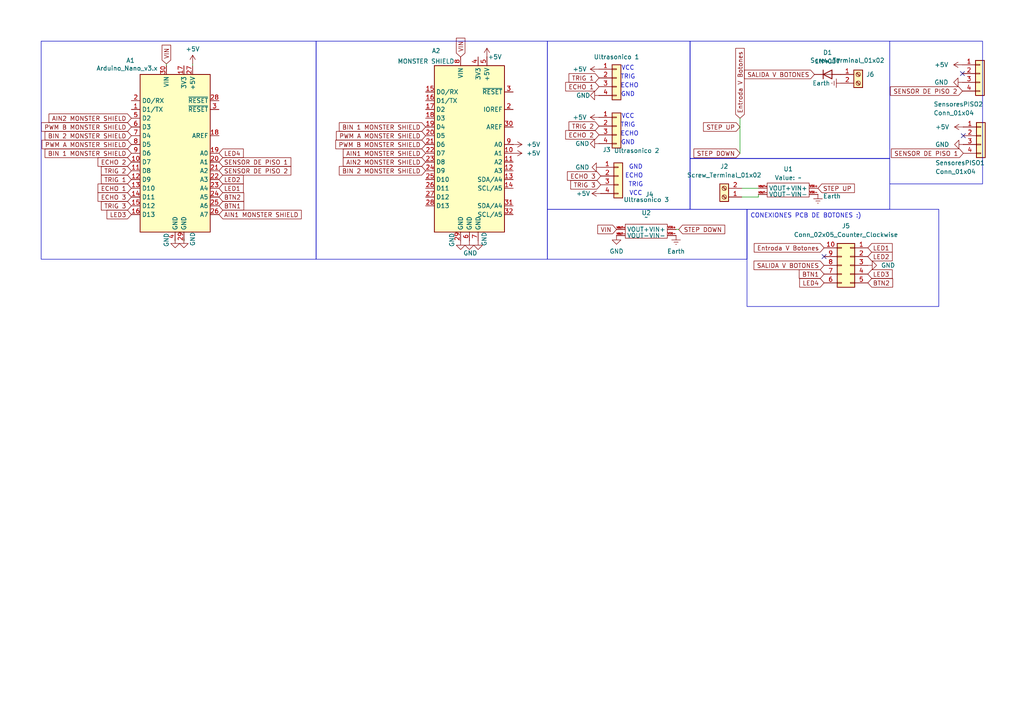
<source format=kicad_sch>
(kicad_sch (version 20231120) (generator "eeschema") (generator_version "8.0")
  (paper "A4")
  (lib_symbols
    (symbol "Conn_01x04_1" (pin_names (offset 1.016) hide)
      (property "Reference" "J" (at 0 5.08 0))
      (property "Value" "Conn_01x04" (at 0 -7.62 0))
      (symbol "Conn_01x04_1_1_1"
        (rectangle (start -1.27 -4.953) (end 0 -5.207) (stroke (width 0.1524)))
        (rectangle (start -1.27 -2.413) (end 0 -2.667) (stroke (width 0.1524)))
        (rectangle (start -1.27 0.127) (end 0 -0.127) (stroke (width 0.1524)))
        (rectangle (start -1.27 2.667) (end 0 2.413) (stroke (width 0.1524)))
        (rectangle (start -1.27 3.81) (end 1.27 -6.35) (stroke (width 0.254)) (fill (type background)))
        (pin passive line (at -5.08 2.54 0) (length 3.81) (name "Pin_1") (number "1"))
        (pin passive line (at -5.08 0 0) (length 3.81) (name "Pin_2") (number "2"))
        (pin passive line (at -5.08 -2.54 0) (length 3.81) (name "Pin_3") (number "3"))
        (pin passive line (at -5.08 -5.08 0) (length 3.81) (name "Pin_4") (number "4"))
      )
    )
    (symbol "Connector:Screw_Terminal_01x02" (pin_names (offset 1.016) hide)
      (property "Reference" "J" (at 0 2.54 0))
      (property "Value" "Screw_Terminal_01x02" (at 0 -5.08 0))
      (symbol "Screw_Terminal_01x02_1_1"
        (rectangle (start -1.27 1.27) (end 1.27 -3.81) (stroke (width 0.254)) (fill (type background)))
        (circle (center 0 -2.54) (radius 0.635) (stroke (width 0.1524)))
        (polyline (pts (xy -0.5334 -2.2098) (xy 0.3302 -3.048)) (stroke (width 0.1524)))
        (polyline (pts (xy -0.5334 0.3302) (xy 0.3302 -0.508)) (stroke (width 0.1524)))
        (polyline (pts (xy -0.3556 -2.032) (xy 0.508 -2.8702)) (stroke (width 0.1524)))
        (polyline (pts (xy -0.3556 0.508) (xy 0.508 -0.3302)) (stroke (width 0.1524)))
        (circle (center 0 0) (radius 0.635) (stroke (width 0.1524)))
        (pin passive line (at -5.08 0 0) (length 3.81) (name "Pin_1") (number "1"))
        (pin passive line (at -5.08 -2.54 0) (length 3.81) (name "Pin_2") (number "2"))
      )
    )
    (symbol "Connector_Generic:Conn_01x04" (pin_names (offset 1.016) hide)
      (property "Reference" "J1" (at -1.016 5.08 0))
      (property "Value" "Ultrasonico" (at -5.842 -7.62 0))
      (symbol "Conn_01x04_1_1"
        (rectangle (start -1.27 -4.953) (end 0 -5.207) (stroke (width 0.1524)))
        (rectangle (start -1.27 -2.413) (end 0 -2.667) (stroke (width 0.1524)))
        (rectangle (start -1.27 0.127) (end 0 -0.127) (stroke (width 0.1524)))
        (rectangle (start -1.27 2.667) (end 0 2.413) (stroke (width 0.1524)))
        (rectangle (start -1.27 3.81) (end 1.27 -6.35) (stroke (width 0.254)) (fill (type background)))
        (pin passive line (at -5.08 2.54 0) (length 3.81) (name "Pin_1") (number "1"))
        (pin passive line (at -5.08 0 0) (length 3.81) (name "Pin_2") (number "2"))
        (pin passive line (at -5.08 -2.54 0) (length 3.81) (name "Pin_3") (number "3"))
        (pin passive line (at -5.08 -5.08 0) (length 3.81) (name "Pin_4") (number "4"))
      )
    )
    (symbol "Connector_Generic:Conn_02x05_Counter_Clockwise" (pin_names (offset 1.016) hide)
      (property "Reference" "J" (at 1.27 7.62 0))
      (property "Value" "Conn_02x05_Counter_Clockwise" (at 1.27 -7.62 0))
      (symbol "Conn_02x05_Counter_Clockwise_1_1"
        (rectangle (start -1.27 -4.953) (end 0 -5.207) (stroke (width 0.1524)))
        (rectangle (start -1.27 -2.413) (end 0 -2.667) (stroke (width 0.1524)))
        (rectangle (start -1.27 0.127) (end 0 -0.127) (stroke (width 0.1524)))
        (rectangle (start -1.27 2.667) (end 0 2.413) (stroke (width 0.1524)))
        (rectangle (start -1.27 5.207) (end 0 4.953) (stroke (width 0.1524)))
        (rectangle (start -1.27 6.35) (end 3.81 -6.35) (stroke (width 0.254)) (fill (type background)))
        (rectangle (start 3.81 -4.953) (end 2.54 -5.207) (stroke (width 0.1524)))
        (rectangle (start 3.81 -2.413) (end 2.54 -2.667) (stroke (width 0.1524)))
        (rectangle (start 3.81 0.127) (end 2.54 -0.127) (stroke (width 0.1524)))
        (rectangle (start 3.81 2.667) (end 2.54 2.413) (stroke (width 0.1524)))
        (rectangle (start 3.81 5.207) (end 2.54 4.953) (stroke (width 0.1524)))
        (pin passive line (at -5.08 5.08 0) (length 3.81) (name "Pin_1") (number "1"))
        (pin passive line (at 7.62 5.08 180) (length 3.81) (name "Pin_10") (number "10"))
        (pin passive line (at -5.08 2.54 0) (length 3.81) (name "Pin_2") (number "2"))
        (pin passive line (at -5.08 0 0) (length 3.81) (name "Pin_3") (number "3"))
        (pin passive line (at -5.08 -2.54 0) (length 3.81) (name "Pin_4") (number "4"))
        (pin passive line (at -5.08 -5.08 0) (length 3.81) (name "Pin_5") (number "5"))
        (pin passive line (at 7.62 -5.08 180) (length 3.81) (name "Pin_6") (number "6"))
        (pin passive line (at 7.62 -2.54 180) (length 3.81) (name "Pin_7") (number "7"))
        (pin passive line (at 7.62 0 180) (length 3.81) (name "Pin_8") (number "8"))
        (pin passive line (at 7.62 2.54 180) (length 3.81) (name "Pin_9") (number "9"))
      )
    )
    (symbol "Diode:1N4007" (pin_numbers hide) (pin_names hide)
      (property "Reference" "D" (at 0 2.54 0))
      (property "Value" "1N4007" (at 0 -2.54 0))
      (symbol "1N4007_0_1"
        (polyline (pts (xy -1.27 1.27) (xy -1.27 -1.27)) (stroke (width 0.254)))
        (polyline (pts (xy 1.27 0) (xy -1.27 0)))
        (polyline (pts (xy 1.27 1.27) (xy 1.27 -1.27) (xy -1.27 0) (xy 1.27 1.27)) (stroke (width 0.254)))
      )
      (symbol "1N4007_1_1"
        (pin passive line (at -3.81 0 0) (length 2.54) (name "K") (number "1"))
        (pin passive line (at 3.81 0 180) (length 2.54) (name "A") (number "2"))
      )
    )
    (symbol "MCU_Module:Arduino_Nano_v3.x"
      (property "Reference" "A" (at -10.16 23.495 0))
      (property "Value" "Arduino_Nano_v3.x" (at 5.08 -24.13 0))
      (symbol "Arduino_Nano_v3.x_0_1"
        (rectangle (start -10.16 22.86) (end 10.16 -22.86) (stroke (width 0.254)) (fill (type background)))
      )
      (symbol "Arduino_Nano_v3.x_1_1"
        (pin bidirectional line (at -12.7 12.7 0) (length 2.54) (name "D1/TX") (number "1"))
        (pin bidirectional line (at -12.7 -2.54 0) (length 2.54) (name "D7") (number "10"))
        (pin bidirectional line (at -12.7 -5.08 0) (length 2.54) (name "D8") (number "11"))
        (pin bidirectional line (at -12.7 -7.62 0) (length 2.54) (name "D9") (number "12"))
        (pin bidirectional line (at -12.7 -10.16 0) (length 2.54) (name "D10") (number "13"))
        (pin bidirectional line (at -12.7 -12.7 0) (length 2.54) (name "D11") (number "14"))
        (pin bidirectional line (at -12.7 -15.24 0) (length 2.54) (name "D12") (number "15"))
        (pin bidirectional line (at -12.7 -17.78 0) (length 2.54) (name "D13") (number "16"))
        (pin power_out line (at 2.54 25.4 270) (length 2.54) (name "3V3") (number "17"))
        (pin input line (at 12.7 5.08 180) (length 2.54) (name "AREF") (number "18"))
        (pin bidirectional line (at 12.7 0 180) (length 2.54) (name "A0") (number "19"))
        (pin bidirectional line (at -12.7 15.24 0) (length 2.54) (name "D0/RX") (number "2"))
        (pin bidirectional line (at 12.7 -2.54 180) (length 2.54) (name "A1") (number "20"))
        (pin bidirectional line (at 12.7 -5.08 180) (length 2.54) (name "A2") (number "21"))
        (pin bidirectional line (at 12.7 -7.62 180) (length 2.54) (name "A3") (number "22"))
        (pin bidirectional line (at 12.7 -10.16 180) (length 2.54) (name "A4") (number "23"))
        (pin bidirectional line (at 12.7 -12.7 180) (length 2.54) (name "A5") (number "24"))
        (pin bidirectional line (at 12.7 -15.24 180) (length 2.54) (name "A6") (number "25"))
        (pin bidirectional line (at 12.7 -17.78 180) (length 2.54) (name "A7") (number "26"))
        (pin power_out line (at 5.08 25.4 270) (length 2.54) (name "+5V") (number "27"))
        (pin input line (at 12.7 15.24 180) (length 2.54) (name "~{RESET}") (number "28"))
        (pin power_in line (at 2.54 -25.4 90) (length 2.54) (name "GND") (number "29"))
        (pin input line (at 12.7 12.7 180) (length 2.54) (name "~{RESET}") (number "3"))
        (pin power_in line (at -2.54 25.4 270) (length 2.54) (name "VIN") (number "30"))
        (pin power_in line (at 0 -25.4 90) (length 2.54) (name "GND") (number "4"))
        (pin bidirectional line (at -12.7 10.16 0) (length 2.54) (name "D2") (number "5"))
        (pin bidirectional line (at -12.7 7.62 0) (length 2.54) (name "D3") (number "6"))
        (pin bidirectional line (at -12.7 5.08 0) (length 2.54) (name "D4") (number "7"))
        (pin bidirectional line (at -12.7 2.54 0) (length 2.54) (name "D5") (number "8"))
        (pin bidirectional line (at -12.7 0 0) (length 2.54) (name "D6") (number "9"))
      )
    )
    (symbol "MCU_Module:Arduino_UNO_R3"
      (property "Reference" "A" (at -10.16 23.495 0))
      (property "Value" "Arduino_UNO_R3" (at 5.08 -26.67 0))
      (symbol "Arduino_UNO_R3_0_1"
        (rectangle (start -10.16 22.86) (end 10.16 -25.4) (stroke (width 0.254)) (fill (type background)))
      )
      (symbol "Arduino_UNO_R3_1_1"
        (pin no_connect line (at -10.16 -20.32 0) (length 2.54) hide (name "NC") (number "1"))
        (pin bidirectional line (at 12.7 -2.54 180) (length 2.54) (name "A1") (number "10"))
        (pin bidirectional line (at 12.7 -5.08 180) (length 2.54) (name "A2") (number "11"))
        (pin bidirectional line (at 12.7 -7.62 180) (length 2.54) (name "A3") (number "12"))
        (pin bidirectional line (at 12.7 -10.16 180) (length 2.54) (name "SDA/A4") (number "13"))
        (pin bidirectional line (at 12.7 -12.7 180) (length 2.54) (name "SCL/A5") (number "14"))
        (pin bidirectional line (at -12.7 15.24 0) (length 2.54) (name "D0/RX") (number "15"))
        (pin bidirectional line (at -12.7 12.7 0) (length 2.54) (name "D1/TX") (number "16"))
        (pin bidirectional line (at -12.7 10.16 0) (length 2.54) (name "D2") (number "17"))
        (pin bidirectional line (at -12.7 7.62 0) (length 2.54) (name "D3") (number "18"))
        (pin bidirectional line (at -12.7 5.08 0) (length 2.54) (name "D4") (number "19"))
        (pin output line (at 12.7 10.16 180) (length 2.54) (name "IOREF") (number "2"))
        (pin bidirectional line (at -12.7 2.54 0) (length 2.54) (name "D5") (number "20"))
        (pin bidirectional line (at -12.7 0 0) (length 2.54) (name "D6") (number "21"))
        (pin bidirectional line (at -12.7 -2.54 0) (length 2.54) (name "D7") (number "22"))
        (pin bidirectional line (at -12.7 -5.08 0) (length 2.54) (name "D8") (number "23"))
        (pin bidirectional line (at -12.7 -7.62 0) (length 2.54) (name "D9") (number "24"))
        (pin bidirectional line (at -12.7 -10.16 0) (length 2.54) (name "D10") (number "25"))
        (pin bidirectional line (at -12.7 -12.7 0) (length 2.54) (name "D11") (number "26"))
        (pin bidirectional line (at -12.7 -15.24 0) (length 2.54) (name "D12") (number "27"))
        (pin bidirectional line (at -12.7 -17.78 0) (length 2.54) (name "D13") (number "28"))
        (pin power_in line (at -2.54 -27.94 90) (length 2.54) (name "GND") (number "29"))
        (pin input line (at 12.7 15.24 180) (length 2.54) (name "~{RESET}") (number "3"))
        (pin input line (at 12.7 5.08 180) (length 2.54) (name "AREF") (number "30"))
        (pin bidirectional line (at 12.7 -17.78 180) (length 2.54) (name "SDA/A4") (number "31"))
        (pin bidirectional line (at 12.7 -20.32 180) (length 2.54) (name "SCL/A5") (number "32"))
        (pin power_out line (at 2.54 25.4 270) (length 2.54) (name "3V3") (number "4"))
        (pin power_out line (at 5.08 25.4 270) (length 2.54) (name "+5V") (number "5"))
        (pin power_in line (at 0 -27.94 90) (length 2.54) (name "GND") (number "6"))
        (pin power_in line (at 2.54 -27.94 90) (length 2.54) (name "GND") (number "7"))
        (pin power_in line (at -2.54 25.4 270) (length 2.54) (name "VIN") (number "8"))
        (pin bidirectional line (at 12.7 0 180) (length 2.54) (name "A0") (number "9"))
      )
    )
    (symbol "Mt3608:LM2596"
      (property "Reference" "U" (at 0 3.81 0))
      (symbol "LM2596_0_1"
        (rectangle (start -6.096 2.794) (end 6.096 -1.27))
      )
      (symbol "LM2596_1_1"
        (pin input line (at 8.636 1.27 180) (length 2.54) (name "VIN+") (number "VIN+"))
        (pin input line (at 8.636 -0.508 180) (length 2.54) (name "VIN-") (number "VIN-"))
        (pin input line (at -8.636 1.27 0) (length 2.54) (name "VOUT+") (number "VOUT+"))
        (pin input line (at -8.636 -0.508 0) (length 2.54) (name "VOUT-") (number "VOUT-"))
      )
    )
    (symbol "Mt3608:mt3608"
      (property "Reference" "U" (at 0 0 0))
      (symbol "mt3608_0_1"
        (rectangle (start -5.08 -1.016) (end 7.112 -5.08))
      )
      (symbol "mt3608_1_1"
        (pin input line (at 9.652 -2.54 180) (length 2.54) (name "VIN+") (number "VIN+"))
        (pin input line (at 9.652 -4.318 180) (length 2.54) (name "VIN-") (number "VIN-"))
        (pin input line (at -7.62 -2.54 0) (length 2.54) (name "VOUT+") (number "VOUT+"))
        (pin input line (at -7.62 -4.318 0) (length 2.54) (name "VOUT-") (number "VOUT-"))
      )
    )
    (symbol "power:+5V" (power) (pin_numbers hide) (pin_names (offset 0) hide)
      (property "Value" "+5V" (at 0 3.556 0))
      (symbol "+5V_0_1"
        (polyline (pts (xy -0.762 1.27) (xy 0 2.54)))
        (polyline (pts (xy 0 0) (xy 0 2.54)))
        (polyline (pts (xy 0 2.54) (xy 0.762 1.27)))
      )
      (symbol "+5V_1_1"
        (pin power_in line (at 0 0 90) (length 0) (name "~") (number "1"))
      )
    )
    (symbol "power:Earth" (power) (pin_numbers hide) (pin_names (offset 0) hide)
      (property "Value" "Earth" (at 0 -3.81 0))
      (symbol "Earth_0_1"
        (polyline (pts (xy -0.635 -1.905) (xy 0.635 -1.905)))
        (polyline (pts (xy -0.127 -2.54) (xy 0.127 -2.54)))
        (polyline (pts (xy 0 -1.27) (xy 0 0)))
        (polyline (pts (xy 1.27 -1.27) (xy -1.27 -1.27)))
      )
      (symbol "Earth_1_1"
        (pin power_in line (at 0 0 270) (length 0) (name "~") (number "1"))
      )
    )
    (symbol "power:GND" (power) (pin_numbers hide) (pin_names (offset 0) hide)
      (property "Value" "GND" (at 0 -3.81 0))
      (symbol "GND_0_1"
        (polyline (pts (xy 0 0) (xy 0 -1.27) (xy 1.27 -1.27) (xy 0 -2.54) (xy -1.27 -1.27) (xy 0 -1.27)))
      )
      (symbol "GND_1_1"
        (pin power_in line (at 0 0 270) (length 0) (name "~") (number "1"))
      )
    )
  )
  (no_connect (at 239.014 74.422))
  (no_connect (at 279.146 21.336))
  (no_connect (at 279.4 39.37))
  (wire (pts (xy 219.964 56.388) (xy 219.964 57.15)))
  (wire (pts (xy 50.8 69.85) (xy 50.8 69.342)))
  (wire (pts (xy 196.85 66.548) (xy 196.088 66.548)))
  (wire (pts (xy 219.964 57.15) (xy 215.138 57.15)))
  (wire (pts (xy 55.88 19.05) (xy 55.88 18.542)))
  (wire (pts (xy 214.63 34.29) (xy 214.63 44.45)))
  (wire (pts (xy 53.34 69.85) (xy 53.34 69.342)))
  (wire (pts (xy 215.138 54.61) (xy 219.964 54.61)))
  (wire (pts (xy 48.26 19.05) (xy 48.26 18.542)))
  (rectangle (start 200.152 45.974) (end 258.064 60.706))
  (rectangle (start 11.938 11.938) (end 91.694 75.184))
  (rectangle (start 91.694 11.938) (end 158.75 75.184))
  (rectangle (start 200.152 11.938) (end 258.064 45.974))
  (rectangle (start 158.75 60.706) (end 216.662 75.184))
  (rectangle (start 258.064 11.938) (end 284.988 53.34))
  (rectangle (start 158.75 11.938) (end 200.152 60.706))
  (text_box "CONEXIONES PCB DE BOTONES :)" (at 216.662 60.706 0) (size 55.626 28.194) (effects (font (size 1.27 1.27)) (justify left top)))
  (text "ECHO" (at 183.896 51.054 0) (effects (font (size 1.27 1.27))))
  (text "TRIG" (at 182.118 22.352 0) (effects (font (size 1.27 1.27))))
  (text "GND" (at 184.404 48.514 0) (effects (font (size 1.27 1.27))))
  (text "VCC\n" (at 182.118 19.812 0) (effects (font (size 1.27 1.27))))
  (text "VCC\n" (at 184.404 56.134 0) (effects (font (size 1.27 1.27))))
  (text "TRIG" (at 182.118 36.322 0) (effects (font (size 1.27 1.27))))
  (text "ECHO" (at 182.626 38.862 0) (effects (font (size 1.27 1.27))))
  (text "TRIG" (at 184.404 53.594 0) (effects (font (size 1.27 1.27))))
  (text "ECHO" (at 182.626 24.892 0) (effects (font (size 1.27 1.27))))
  (text "GND" (at 182.118 27.432 0) (effects (font (size 1.27 1.27))))
  (text "VCC\n" (at 182.118 33.782 0) (effects (font (size 1.27 1.27))))
  (text "GND" (at 182.118 41.402 0) (effects (font (size 1.27 1.27))))
  (global_label "TRIG 3" (shape input) (at 174.244 53.594 180) (property "Intersheetrefs" "${INTERSHEET_REFS}" (effects (hide yes))))
  (global_label "LED4" (shape input) (at 63.5 44.45 0) (property "Intersheetrefs" "${INTERSHEET_REFS}" (effects (hide yes))))
  (global_label "SENSOR DE PISO 1" (shape input) (at 63.5 46.99 0) (property "Intersheetrefs" "${INTERSHEET_REFS}" (effects (hide yes))))
  (global_label "Entroda V Botones" (shape input) (at 214.63 34.29 90) (property "Intersheetrefs" "${INTERSHEET_REFS}" (effects (hide yes))))
  (global_label "TRIG 3" (shape input) (at 38.1 59.69 180) (property "Intersheetrefs" "${INTERSHEET_REFS}" (effects (hide yes))))
  (global_label "ECHO 1" (shape input) (at 173.736 25.146 180) (property "Intersheetrefs" "${INTERSHEET_REFS}" (effects (hide yes))))
  (global_label "BIN 1 MONSTER SHIELD" (shape input) (at 123.444 36.83 180) (property "Intersheetrefs" "${INTERSHEET_REFS}" (effects (hide yes))))
  (global_label "BIN 2 MONSTER SHIELD" (shape input) (at 38.1 39.37 180) (property "Intersheetrefs" "${INTERSHEET_REFS}" (effects (hide yes))))
  (global_label "ECHO 2" (shape input) (at 38.1 46.99 180) (property "Intersheetrefs" "${INTERSHEET_REFS}" (effects (hide yes))))
  (global_label "SENSOR DE PISO 2" (shape input) (at 63.5 49.53 0) (property "Intersheetrefs" "${INTERSHEET_REFS}" (effects (hide yes))))
  (global_label "LED2" (shape input) (at 63.5 52.07 0) (property "Intersheetrefs" "${INTERSHEET_REFS}" (effects (hide yes))))
  (global_label "VIN" (shape input) (at 48.26 18.542 90) (property "Intersheetrefs" "${INTERSHEET_REFS}" (effects (hide yes))))
  (global_label "STEP DOWN" (shape input) (at 214.63 44.45 180) (property "Intersheetrefs" "${INTERSHEET_REFS}" (effects (hide yes))))
  (global_label "Entroda V Botones" (shape input) (at 239.014 71.882 180) (property "Intersheetrefs" "${INTERSHEET_REFS}" (effects (hide yes))))
  (global_label "SENSOR DE PISO 1" (shape input) (at 279.4 44.45 180) (property "Intersheetrefs" "${INTERSHEET_REFS}" (effects (hide yes))))
  (global_label "VIN" (shape input) (at 178.816 66.548 180) (property "Intersheetrefs" "${INTERSHEET_REFS}" (effects (hide yes))))
  (global_label "PWM B MONSTER SHIELD" (shape input) (at 38.1 36.83 180) (property "Intersheetrefs" "${INTERSHEET_REFS}" (effects (hide yes))))
  (global_label "BTN2" (shape input) (at 251.714 82.042 0) (property "Intersheetrefs" "${INTERSHEET_REFS}" (effects (hide yes))))
  (global_label "PWM A MONSTER SHIELD" (shape input) (at 123.444 39.37 180) (property "Intersheetrefs" "${INTERSHEET_REFS}" (effects (hide yes))))
  (global_label "ECHO 3" (shape input) (at 174.244 51.054 180) (property "Intersheetrefs" "${INTERSHEET_REFS}" (effects (hide yes))))
  (global_label "LED4" (shape input) (at 239.014 82.042 180) (property "Intersheetrefs" "${INTERSHEET_REFS}" (effects (hide yes))))
  (global_label "SENSOR DE PISO 2" (shape input) (at 279.146 26.416 180) (property "Intersheetrefs" "${INTERSHEET_REFS}" (effects (hide yes))))
  (global_label "SALIDA V BOTONES" (shape input) (at 239.014 76.962 180) (property "Intersheetrefs" "${INTERSHEET_REFS}" (effects (hide yes))))
  (global_label "TRIG 1" (shape input) (at 173.736 22.606 180) (property "Intersheetrefs" "${INTERSHEET_REFS}" (effects (hide yes))))
  (global_label "ECHO 1" (shape input) (at 38.1 54.61 180) (property "Intersheetrefs" "${INTERSHEET_REFS}" (effects (hide yes))))
  (global_label "LED2" (shape input) (at 251.714 74.422 0) (property "Intersheetrefs" "${INTERSHEET_REFS}" (effects (hide yes))))
  (global_label "LED1" (shape input) (at 251.714 71.882 0) (property "Intersheetrefs" "${INTERSHEET_REFS}" (effects (hide yes))))
  (global_label "LED3" (shape input) (at 38.1 62.23 180) (property "Intersheetrefs" "${INTERSHEET_REFS}" (effects (hide yes))))
  (global_label "ECHO 2" (shape input) (at 173.736 39.116 180) (property "Intersheetrefs" "${INTERSHEET_REFS}" (effects (hide yes))))
  (global_label "STEP UP" (shape input) (at 214.63 36.83 180) (property "Intersheetrefs" "${INTERSHEET_REFS}" (effects (hide yes))))
  (global_label "LED3" (shape input) (at 251.714 79.502 0) (property "Intersheetrefs" "${INTERSHEET_REFS}" (effects (hide yes))))
  (global_label "TRIG 2" (shape input) (at 38.1 49.53 180) (property "Intersheetrefs" "${INTERSHEET_REFS}" (effects (hide yes))))
  (global_label "PWM B MONSTER SHIELD" (shape input) (at 123.444 41.91 180) (property "Intersheetrefs" "${INTERSHEET_REFS}" (effects (hide yes))))
  (global_label "TRIG 1" (shape input) (at 38.1 52.07 180) (property "Intersheetrefs" "${INTERSHEET_REFS}" (effects (hide yes))))
  (global_label "BTN2" (shape input) (at 63.5 57.15 0) (property "Intersheetrefs" "${INTERSHEET_REFS}" (effects (hide yes))))
  (global_label "TRIG 2" (shape input) (at 173.736 36.576 180) (property "Intersheetrefs" "${INTERSHEET_REFS}" (effects (hide yes))))
  (global_label "AIN1 MONSTER SHIELD" (shape input) (at 123.444 44.45 180) (property "Intersheetrefs" "${INTERSHEET_REFS}" (effects (hide yes))))
  (global_label "SALIDA V BOTONES" (shape input) (at 236.22 21.59 180) (property "Intersheetrefs" "${INTERSHEET_REFS}" (effects (hide yes))))
  (global_label "VIN" (shape input) (at 133.604 16.51 90) (property "Intersheetrefs" "${INTERSHEET_REFS}" (effects (hide yes))))
  (global_label "STEP DOWN" (shape input) (at 196.85 66.548 0) (property "Intersheetrefs" "${INTERSHEET_REFS}" (effects (hide yes))))
  (global_label "STEP UP" (shape input) (at 237.236 54.61 0) (property "Intersheetrefs" "${INTERSHEET_REFS}" (effects (hide yes))))
  (global_label "BTN1" (shape input) (at 63.5 59.69 0) (property "Intersheetrefs" "${INTERSHEET_REFS}" (effects (hide yes))))
  (global_label "BIN 1 MONSTER SHIELD" (shape input) (at 38.1 44.45 180) (property "Intersheetrefs" "${INTERSHEET_REFS}" (effects (hide yes))))
  (global_label "PWM A MONSTER SHIELD" (shape input) (at 38.1 41.91 180) (property "Intersheetrefs" "${INTERSHEET_REFS}" (effects (hide yes))))
  (global_label "BTN1" (shape input) (at 239.014 79.502 180) (property "Intersheetrefs" "${INTERSHEET_REFS}" (effects (hide yes))))
  (global_label "AIN1 MONSTER SHIELD" (shape input) (at 63.5 62.23 0) (property "Intersheetrefs" "${INTERSHEET_REFS}" (effects (hide yes))))
  (global_label "AIN2 MONSTER SHIELD" (shape input) (at 123.444 46.99 180) (property "Intersheetrefs" "${INTERSHEET_REFS}" (effects (hide yes))))
  (global_label "BIN 2 MONSTER SHIELD" (shape input) (at 123.444 49.53 180) (property "Intersheetrefs" "${INTERSHEET_REFS}" (effects (hide yes))))
  (global_label "ECHO 3" (shape input) (at 38.1 57.15 180) (property "Intersheetrefs" "${INTERSHEET_REFS}" (effects (hide yes))))
  (global_label "LED1" (shape input) (at 63.5 54.61 0) (property "Intersheetrefs" "${INTERSHEET_REFS}" (effects (hide yes))))
  (global_label "AIN2 MONSTER SHIELD" (shape input) (at 38.1 34.29 180) (property "Intersheetrefs" "${INTERSHEET_REFS}" (effects (hide yes))))
  (symbol (lib_id "Connector_Generic:Conn_01x04") (at 178.816 22.606 0) (unit 1)
    (property "Reference" "J1" (at 63.5 -10.16 0))
    (property "Value" "Ultrasonico 1" (at 178.816 16.51 0))
    (property "Footprint" "Connector_PinHeader_2.54mm:PinHeader_1x04_P2.54mm_Vertical" (effects (hide yes)))
    (property "Description" "Generic connector, single row, 01x04, script generated (kicad-library-utils/schlib/autogen/connector/)" (effects (hide yes)))
  )
  (symbol (lib_id "power:GND") (at 251.714 76.962 90) (unit 1)
    (property "Reference" "#PWR01" (effects (hide yes)))
    (property "Value" "GND" (at 255.524 76.9619 90) (effects (justify right)))
    (property "Description" "Power symbol creates a global label with name \"GND\" , ground" (effects (hide yes)))
  )
  (symbol (lib_id "power:Earth") (at 243.84 24.13 270) (unit 1)
    (property "Reference" "#PWR02" (effects (hide yes)))
    (property "Value" "Earth" (at 240.792 24.13 90) (effects (justify right)))
    (property "Description" "Power symbol creates a global label with name \"Earth\"" (effects (hide yes)))
  )
  (symbol (lib_id "power:+5V") (at 55.88 18.542 0) (unit 1)
    (property "Reference" "#PWR05" (effects (hide yes)))
    (property "Value" "+5V" (at 55.88 14.224 0))
    (property "Description" "Power symbol creates a global label with name \"+5V\"" (effects (hide yes)))
  )
  (symbol (lib_id "power:GND") (at 279.146 23.876 270) (unit 1)
    (property "Reference" "#PWR028" (effects (hide yes)))
    (property "Value" "GND" (at 275.082 23.8759 90) (effects (justify right)))
    (property "Description" "Power symbol creates a global label with name \"GND\" , ground" (effects (hide yes)))
  )
  (symbol (lib_id "Diode:1N4007") (at 240.03 21.59 0) (unit 1)
    (property "Reference" "D1" (at 240.03 15.24 0))
    (property "Value" "1N4007" (at 240.03 17.78 0))
    (property "Footprint" "Diode_THT:D_DO-41_SOD81_P10.16mm_Horizontal" (effects (hide yes)))
    (property "Datasheet" "http://www.vishay.com/docs/88503/1n4001.pdf" (effects (hide yes)))
    (property "Description" "1000V 1A General Purpose Rectifier Diode, DO-41" (effects (hide yes)))
    (property "Sim.Device" "D" (effects (hide yes)))
    (property "Sim.Pins" "1=K 2=A" (effects (hide yes)))
  )
  (symbol (lib_id "power:+5V") (at 148.844 41.91 270) (unit 1)
    (property "Reference" "#PWR019" (effects (hide yes)))
    (property "Value" "+5V" (at 152.654 41.9099 90) (effects (justify left)))
    (property "Description" "Power symbol creates a global label with name \"+5V\"" (effects (hide yes)))
  )
  (symbol (lib_id "Connector_Generic:Conn_02x05_Counter_Clockwise") (at 246.634 76.962 0) (mirror y) (unit 1)
    (property "Reference" "J5" (at 245.364 65.532 0))
    (property "Value" "Conn_02x05_Counter_Clockwise" (at 245.364 68.072 0))
    (property "Footprint" "Connector_IDC:IDC-Header_2x05_P2.54mm_Vertical" (effects (hide yes)))
    (property "Description" "Generic connector, double row, 02x05, counter clockwise pin numbering scheme (similar to DIP package numbering), script generated (kicad-library-utils/schlib/autogen/connector/)" (effects (hide yes)))
  )
  (symbol (lib_id "power:GND") (at 173.736 41.656 270) (unit 1)
    (property "Reference" "#PWR013" (effects (hide yes)))
    (property "Value" "GND" (at 168.91 41.656 90))
    (property "Description" "Power symbol creates a global label with name \"GND\" , ground" (effects (hide yes)))
  )
  (symbol (lib_id "power:GND") (at 279.4 41.91 270) (unit 1)
    (property "Reference" "#PWR030" (effects (hide yes)))
    (property "Value" "GND" (at 275.336 41.9099 90) (effects (justify right)))
    (property "Description" "Power symbol creates a global label with name \"GND\" , ground" (effects (hide yes)))
  )
  (symbol (lib_id "power:GND") (at 133.604 69.85 0) (unit 1)
    (property "Reference" "#PWR07" (effects (hide yes)))
    (property "Value" "GND" (at 131.064 69.596 90))
    (property "Description" "Power symbol creates a global label with name \"GND\" , ground" (effects (hide yes)))
  )
  (symbol (lib_id "power:+5V") (at 173.736 20.066 90) (unit 1)
    (property "Reference" "#PWR016" (effects (hide yes)))
    (property "Value" "+5V" (at 170.18 20.0659 90) (effects (justify left)))
    (property "Description" "Power symbol creates a global label with name \"+5V\"" (effects (hide yes)))
  )
  (symbol (lib_id "power:+5V") (at 173.736 34.036 90) (unit 1)
    (property "Reference" "#PWR015" (effects (hide yes)))
    (property "Value" "+5V" (at 170.18 34.0359 90) (effects (justify left)))
    (property "Description" "Power symbol creates a global label with name \"+5V\"" (effects (hide yes)))
  )
  (symbol (lib_id "Mt3608:LM2596") (at 187.452 67.818 0) (unit 1)
    (property "Reference" "U2" (at 187.452 61.722 0))
    (property "Value" "~" (at 187.452 62.992 0))
    (property "Footprint" "Step Down:Step Down" (effects (hide yes)))
  )
  (symbol (lib_id "Connector_Generic:Conn_01x04") (at 178.816 36.576 0) (unit 1)
    (property "Reference" "J3" (at 174.752 43.434 0) (effects (justify left)))
    (property "Value" "Ultrasonico 2" (at 178.054 43.688 0) (effects (justify left)))
    (property "Footprint" "Connector_PinHeader_2.54mm:PinHeader_1x04_P2.54mm_Vertical" (effects (hide yes)))
    (property "Description" "Generic connector, single row, 01x04, script generated (kicad-library-utils/schlib/autogen/connector/)" (effects (hide yes)))
  )
  (symbol (lib_id "power:+5V") (at 174.244 56.134 90) (mirror x) (unit 1)
    (property "Reference" "#PWR010" (effects (hide yes)))
    (property "Value" "+5V" (at 171.196 56.134 90) (effects (justify left)))
    (property "Description" "Power symbol creates a global label with name \"+5V\"" (effects (hide yes)))
  )
  (symbol (lib_id "power:GND") (at 173.736 27.686 270) (unit 1)
    (property "Reference" "#PWR014" (effects (hide yes)))
    (property "Value" "GND" (at 169.164 27.686 90))
    (property "Description" "Power symbol creates a global label with name \"GND\" , ground" (effects (hide yes)))
  )
  (symbol (lib_id "power:GND") (at 174.244 48.514 270) (mirror x) (unit 1)
    (property "Reference" "#PWR012" (effects (hide yes)))
    (property "Value" "GND" (at 168.91 48.514 90))
    (property "Description" "Power symbol creates a global label with name \"GND\" , ground" (effects (hide yes)))
  )
  (symbol (lib_id "power:GND") (at 178.816 68.326 0) (unit 1)
    (property "Reference" "#PWR021" (effects (hide yes)))
    (property "Value" "GND" (at 178.816 72.898 0))
    (property "Description" "Power symbol creates a global label with name \"GND\" , ground" (effects (hide yes)))
  )
  (symbol (lib_id "Mt3608:mt3608") (at 227.584 52.07 0) (unit 1)
    (property "Reference" "U1" (at 228.6 49.022 0))
    (property "Value" "~" (at 228.6 51.562 0) (show_name yes))
    (property "Footprint" "misc_footprints:MT3608_module" (effects (hide yes)))
  )
  (symbol (lib_id "power:GND") (at 136.144 69.85 0) (unit 1)
    (property "Reference" "#PWR08" (effects (hide yes)))
    (property "Value" "GND" (at 136.398 73.406 0))
    (property "Description" "Power symbol creates a global label with name \"GND\" , ground" (effects (hide yes)))
  )
  (symbol (lib_id "Connector:Screw_Terminal_01x02") (at 248.92 21.59 0) (unit 1)
    (property "Reference" "J6" (at 251.206 21.5899 0) (effects (justify left)))
    (property "Value" "Screw_Terminal_01x02" (at 234.95 17.526 0) (effects (justify left)))
    (property "Footprint" "Connector_AMASS:AMASS_XT60-M_1x02_P7.20mm_Vertical" (effects (hide yes)))
    (property "Description" "Generic screw terminal, single row, 01x02, script generated (kicad-library-utils/schlib/autogen/connector/)" (effects (hide yes)))
  )
  (symbol (lib_id "power:GND") (at 53.34 69.342 0) (unit 1)
    (property "Reference" "#PWR04" (effects (hide yes)))
    (property "Value" "GND" (at 55.88 69.342 90))
    (property "Description" "Power symbol creates a global label with name \"GND\" , ground" (effects (hide yes)))
  )
  (symbol (lib_id "power:+5V") (at 279.146 18.796 90) (unit 1)
    (property "Reference" "#PWR027" (effects (hide yes)))
    (property "Value" "+5V" (at 275.082 18.7959 90) (effects (justify left)))
    (property "Description" "Power symbol creates a global label with name \"+5V\"" (effects (hide yes)))
  )
  (symbol (lib_id "power:GND") (at 50.8 69.342 0) (unit 1)
    (property "Reference" "#PWR03" (effects (hide yes)))
    (property "Value" "GND" (at 48.26 69.596 90))
    (property "Description" "Power symbol creates a global label with name \"GND\" , ground" (effects (hide yes)))
  )
  (symbol (lib_id "Connector:Screw_Terminal_01x02") (at 210.058 57.15 180) (unit 1)
    (property "Reference" "J2" (at 210.058 48.26 0))
    (property "Value" "Screw_Terminal_01x02" (at 210.058 50.8 0))
    (property "Footprint" "TerminalBlock:TerminalBlock_bornier-2_P5.08mm" (effects (hide yes)))
    (property "Description" "Generic screw terminal, single row, 01x02, script generated (kicad-library-utils/schlib/autogen/connector/)" (effects (hide yes)))
  )
  (symbol (lib_id "power:GND") (at 138.684 69.85 0) (unit 1)
    (property "Reference" "#PWR09" (effects (hide yes)))
    (property "Value" "GND" (at 140.462 69.342 90))
    (property "Description" "Power symbol creates a global label with name \"GND\" , ground" (effects (hide yes)))
  )
  (symbol (lib_id "Connector_Generic:Conn_01x04") (at 179.324 51.054 0) (unit 1)
    (property "Reference" "J4" (at 187.198 56.388 0) (effects (justify left)))
    (property "Value" "Ultrasonico 3" (at 180.848 57.912 0) (effects (justify left)))
    (property "Footprint" "Connector_PinHeader_2.54mm:PinHeader_1x04_P2.54mm_Vertical" (effects (hide yes)))
    (property "Description" "Generic connector, single row, 01x04, script generated (kicad-library-utils/schlib/autogen/connector/)" (effects (hide yes)))
  )
  (symbol (lib_name "Conn_01x04_1") (lib_id "Connector_Generic:Conn_01x04") (at 284.226 21.336 0) (unit 1)
    (property "Reference" "SensoresPISO2" (at 270.764 30.226 0) (effects (justify left)))
    (property "Value" "Conn_01x04" (at 270.764 32.766 0) (effects (justify left)))
    (property "Footprint" "Connector_PinSocket_2.54mm:PinSocket_1x04_P2.54mm_Vertical" (effects (hide yes)))
    (property "Description" "Generic connector, single row, 01x04, script generated (kicad-library-utils/schlib/autogen/connector/)" (effects (hide yes)))
  )
  (symbol (lib_id "MCU_Module:Arduino_Nano_v3.x") (at 50.8 44.45 0) (unit 1)
    (property "Reference" "A1" (at 36.576 17.526 0) (effects (justify left)))
    (property "Value" "Arduino_Nano_v3.x" (at 27.94 19.812 0) (effects (justify left)))
    (property "Footprint" "Module:Arduino_Nano" (effects (hide yes)))
    (property "Datasheet" "http://www.mouser.com/pdfdocs/Gravitech_Arduino_Nano3_0.pdf" (effects (hide yes)))
    (property "Description" "Arduino Nano v3.x" (effects (hide yes)))
  )
  (symbol (lib_id "power:+5V") (at 279.4 36.83 90) (unit 1)
    (property "Reference" "#PWR029" (effects (hide yes)))
    (property "Value" "+5V" (at 275.336 36.8299 90) (effects (justify left)))
    (property "Description" "Power symbol creates a global label with name \"+5V\"" (effects (hide yes)))
  )
  (symbol (lib_name "Conn_01x04_1") (lib_id "Connector_Generic:Conn_01x04") (at 284.48 39.37 0) (unit 1)
    (property "Reference" "SensoresPISO1" (at 271.272 47.244 0) (effects (justify left)))
    (property "Value" "Conn_01x04" (at 271.272 49.784 0) (effects (justify left)))
    (property "Footprint" "Connector_PinSocket_2.54mm:PinSocket_1x04_P2.54mm_Vertical" (effects (hide yes)))
    (property "Description" "Generic connector, single row, 01x04, script generated (kicad-library-utils/schlib/autogen/connector/)" (effects (hide yes)))
  )
  (symbol (lib_id "MCU_Module:Arduino_UNO_R3") (at 136.144 41.91 0) (unit 1)
    (property "Reference" "A2" (at 125.222 14.732 0) (effects (justify left)))
    (property "Value" "MONSTER SHIELD" (at 115.316 17.78 0) (effects (justify left)))
    (property "Footprint" "Module:Arduino_UNO_R3" (effects (hide yes)))
    (property "Datasheet" "https://www.arduino.cc/en/Main/arduinoBoardUno" (effects (hide yes)))
    (property "Description" "Arduino UNO Microcontroller Module, release 3" (effects (hide yes)))
  )
  (symbol (lib_id "power:Earth") (at 237.236 56.388 0) (unit 1)
    (property "Reference" "#PWR020" (effects (hide yes)))
    (property "Value" "Earth" (at 241.3 56.896 0))
    (property "Description" "Power symbol creates a global label with name \"Earth\"" (effects (hide yes)))
  )
  (symbol (lib_id "power:+5V") (at 148.844 44.45 270) (unit 1)
    (property "Reference" "#PWR018" (effects (hide yes)))
    (property "Value" "+5V" (at 152.654 44.4499 90) (effects (justify left)))
    (property "Description" "Power symbol creates a global label with name \"+5V\"" (effects (hide yes)))
  )
  (symbol (lib_id "power:Earth") (at 196.088 68.326 0) (unit 1)
    (property "Reference" "#PWR022" (effects (hide yes)))
    (property "Value" "Earth" (at 196.088 72.898 0))
    (property "Description" "Power symbol creates a global label with name \"Earth\"" (effects (hide yes)))
  )
  (symbol (lib_id "power:+5V") (at 141.224 16.51 0) (unit 1)
    (property "Reference" "#PWR06" (effects (hide yes)))
    (property "Value" "+5V" (at 143.51 16.51 0))
    (property "Description" "Power symbol creates a global label with name \"+5V\"" (effects (hide yes)))
  )
)
</source>
